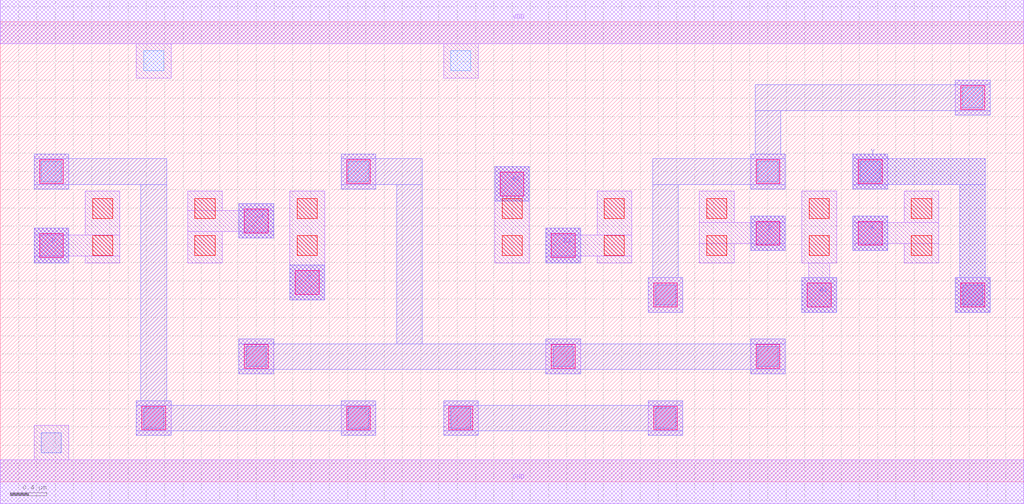
<source format=lef>
MACRO AOOAI2321
 CLASS CORE ;
 FOREIGN AOOAI2321 0 0 ;
 SIZE 11.200000000000001 BY 5.04 ;
 ORIGIN 0 0 ;
 SYMMETRY X Y R90 ;
 SITE unit ;
  PIN VDD
   DIRECTION INOUT ;
   USE POWER ;
   SHAPE ABUTMENT ;
    PORT
     CLASS CORE ;
       LAYER met1 ;
        RECT 0.00000000 4.80000000 11.20000000 5.28000000 ;
    END
  END VDD

  PIN GND
   DIRECTION INOUT ;
   USE POWER ;
   SHAPE ABUTMENT ;
    PORT
     CLASS CORE ;
       LAYER met1 ;
        RECT 0.00000000 -0.24000000 11.20000000 0.24000000 ;
    END
  END GND

  PIN Y
   DIRECTION INOUT ;
   USE SIGNAL ;
   SHAPE ABUTMENT ;
    PORT
     CLASS CORE ;
       LAYER met2 ;
        RECT 10.45000000 1.85700000 10.83000000 2.23700000 ;
        RECT 9.33000000 3.20700000 9.71000000 3.25700000 ;
        RECT 10.50000000 2.23700000 10.78000000 3.25700000 ;
        RECT 9.33000000 3.25700000 10.78000000 3.53700000 ;
        RECT 9.33000000 3.53700000 9.71000000 3.58700000 ;
    END
  END Y

  PIN B1
   DIRECTION INOUT ;
   USE SIGNAL ;
   SHAPE ABUTMENT ;
    PORT
     CLASS CORE ;
       LAYER met2 ;
        RECT 5.97000000 2.39700000 6.35000000 2.77700000 ;
    END
  END B1

  PIN B2
   DIRECTION INOUT ;
   USE SIGNAL ;
   SHAPE ABUTMENT ;
    PORT
     CLASS CORE ;
       LAYER met2 ;
        RECT 5.41000000 3.07200000 5.79000000 3.45200000 ;
    END
  END B2

  PIN A1
   DIRECTION INOUT ;
   USE SIGNAL ;
   SHAPE ABUTMENT ;
    PORT
     CLASS CORE ;
       LAYER met2 ;
        RECT 8.77000000 1.85700000 9.15000000 2.23700000 ;
    END
  END A1

  PIN C1
   DIRECTION INOUT ;
   USE SIGNAL ;
   SHAPE ABUTMENT ;
    PORT
     CLASS CORE ;
       LAYER met2 ;
        RECT 2.61000000 2.66700000 2.99000000 3.04700000 ;
    END
  END C1

  PIN B
   DIRECTION INOUT ;
   USE SIGNAL ;
   SHAPE ABUTMENT ;
    PORT
     CLASS CORE ;
       LAYER met2 ;
        RECT 8.21000000 2.53200000 8.59000000 2.91200000 ;
    END
  END B

  PIN C
   DIRECTION INOUT ;
   USE SIGNAL ;
   SHAPE ABUTMENT ;
    PORT
     CLASS CORE ;
       LAYER met2 ;
        RECT 3.17000000 1.99200000 3.55000000 2.37200000 ;
    END
  END C

  PIN A
   DIRECTION INOUT ;
   USE SIGNAL ;
   SHAPE ABUTMENT ;
    PORT
     CLASS CORE ;
       LAYER met2 ;
        RECT 9.33000000 2.53200000 9.71000000 2.91200000 ;
    END
  END A

  PIN D
   DIRECTION INOUT ;
   USE SIGNAL ;
   SHAPE ABUTMENT ;
    PORT
     CLASS CORE ;
       LAYER met2 ;
        RECT 0.37000000 2.39700000 0.75000000 2.77700000 ;
    END
  END D

 OBS
    LAYER polycont ;
     RECT 1.01000000 2.47700000 1.23000000 2.69700000 ;
     RECT 2.13000000 2.47700000 2.35000000 2.69700000 ;
     RECT 3.25000000 2.47700000 3.47000000 2.69700000 ;
     RECT 5.49000000 2.47700000 5.71000000 2.69700000 ;
     RECT 6.61000000 2.47700000 6.83000000 2.69700000 ;
     RECT 7.73000000 2.47700000 7.95000000 2.69700000 ;
     RECT 8.85000000 2.47700000 9.07000000 2.69700000 ;
     RECT 9.97000000 2.47700000 10.19000000 2.69700000 ;
     RECT 1.01000000 2.88200000 1.23000000 3.10200000 ;
     RECT 2.13000000 2.88200000 2.35000000 3.10200000 ;
     RECT 3.25000000 2.88200000 3.47000000 3.10200000 ;
     RECT 5.49000000 2.88200000 5.71000000 3.10200000 ;
     RECT 6.61000000 2.88200000 6.83000000 3.10200000 ;
     RECT 7.73000000 2.88200000 7.95000000 3.10200000 ;
     RECT 8.85000000 2.88200000 9.07000000 3.10200000 ;
     RECT 9.97000000 2.88200000 10.19000000 3.10200000 ;

    LAYER pdiffc ;
     RECT 0.45000000 3.28700000 0.67000000 3.50700000 ;
     RECT 3.81000000 3.28700000 4.03000000 3.50700000 ;
     RECT 8.29000000 3.28700000 8.51000000 3.50700000 ;
     RECT 9.41000000 3.28700000 9.63000000 3.50700000 ;
     RECT 10.53000000 4.09700000 10.75000000 4.31700000 ;
     RECT 1.57000000 4.50200000 1.79000000 4.72200000 ;
     RECT 4.93000000 4.50200000 5.15000000 4.72200000 ;

    LAYER ndiffc ;
     RECT 0.45000000 0.31700000 0.67000000 0.53700000 ;
     RECT 1.57000000 0.58700000 1.79000000 0.80700000 ;
     RECT 3.81000000 0.58700000 4.03000000 0.80700000 ;
     RECT 4.93000000 0.58700000 5.15000000 0.80700000 ;
     RECT 7.17000000 0.58700000 7.39000000 0.80700000 ;
     RECT 2.69000000 1.26200000 2.91000000 1.48200000 ;
     RECT 6.05000000 1.26200000 6.27000000 1.48200000 ;
     RECT 8.29000000 1.26200000 8.51000000 1.48200000 ;
     RECT 7.17000000 1.93700000 7.39000000 2.15700000 ;
     RECT 10.53000000 1.93700000 10.75000000 2.15700000 ;

    LAYER met1 ;
     RECT 0.00000000 -0.24000000 11.20000000 0.24000000 ;
     RECT 0.37000000 0.24000000 0.75000000 0.61700000 ;
     RECT 1.49000000 0.50700000 1.87000000 0.88700000 ;
     RECT 3.73000000 0.50700000 4.11000000 0.88700000 ;
     RECT 4.85000000 0.50700000 5.23000000 0.88700000 ;
     RECT 7.09000000 0.50700000 7.47000000 0.88700000 ;
     RECT 2.61000000 1.18200000 2.99000000 1.56200000 ;
     RECT 5.97000000 1.18200000 6.35000000 1.56200000 ;
     RECT 8.21000000 1.18200000 8.59000000 1.56200000 ;
     RECT 7.09000000 1.85700000 7.47000000 2.23700000 ;
     RECT 10.45000000 1.85700000 10.83000000 2.23700000 ;
     RECT 0.37000000 2.39700000 0.75000000 2.47200000 ;
     RECT 0.93000000 2.39700000 1.31000000 2.47200000 ;
     RECT 0.37000000 2.47200000 1.31000000 2.70200000 ;
     RECT 0.37000000 2.70200000 0.75000000 2.77700000 ;
     RECT 0.93000000 2.70200000 1.31000000 3.18200000 ;
     RECT 2.05000000 2.39700000 2.43000000 2.74200000 ;
     RECT 2.61000000 2.66700000 2.99000000 2.74200000 ;
     RECT 2.05000000 2.74200000 2.99000000 2.97200000 ;
     RECT 2.61000000 2.97200000 2.99000000 3.04700000 ;
     RECT 2.05000000 2.97200000 2.43000000 3.18200000 ;
     RECT 3.17000000 1.99200000 3.55000000 3.18200000 ;
     RECT 5.97000000 2.39700000 6.35000000 2.47200000 ;
     RECT 6.53000000 2.39700000 6.91000000 2.47200000 ;
     RECT 5.97000000 2.47200000 6.91000000 2.70200000 ;
     RECT 5.97000000 2.70200000 6.35000000 2.77700000 ;
     RECT 6.53000000 2.70200000 6.91000000 3.18200000 ;
     RECT 7.65000000 2.39700000 8.03000000 2.60700000 ;
     RECT 8.21000000 2.53200000 8.59000000 2.60700000 ;
     RECT 7.65000000 2.60700000 8.59000000 2.83700000 ;
     RECT 8.21000000 2.83700000 8.59000000 2.91200000 ;
     RECT 7.65000000 2.83700000 8.03000000 3.18200000 ;
     RECT 8.77000000 1.85700000 9.15000000 2.23700000 ;
     RECT 8.84500000 2.23700000 9.07500000 2.39700000 ;
     RECT 8.77000000 2.39700000 9.15000000 3.18200000 ;
     RECT 9.33000000 2.53200000 9.71000000 2.60700000 ;
     RECT 9.89000000 2.39700000 10.27000000 2.60700000 ;
     RECT 9.33000000 2.60700000 10.27000000 2.83700000 ;
     RECT 9.33000000 2.83700000 9.71000000 2.91200000 ;
     RECT 9.89000000 2.83700000 10.27000000 3.18200000 ;
     RECT 5.41000000 2.39700000 5.79000000 3.45200000 ;
     RECT 0.37000000 3.20700000 0.75000000 3.58700000 ;
     RECT 3.73000000 3.20700000 4.11000000 3.58700000 ;
     RECT 8.21000000 3.20700000 8.59000000 3.58700000 ;
     RECT 9.33000000 3.20700000 9.71000000 3.58700000 ;
     RECT 10.45000000 4.01700000 10.83000000 4.39700000 ;
     RECT 1.49000000 4.42200000 1.87000000 4.80000000 ;
     RECT 4.85000000 4.42200000 5.23000000 4.80000000 ;
     RECT 0.00000000 4.80000000 11.20000000 5.28000000 ;

    LAYER via1 ;
     RECT 1.55000000 0.56700000 1.81000000 0.82700000 ;
     RECT 3.79000000 0.56700000 4.05000000 0.82700000 ;
     RECT 4.91000000 0.56700000 5.17000000 0.82700000 ;
     RECT 7.15000000 0.56700000 7.41000000 0.82700000 ;
     RECT 2.67000000 1.24200000 2.93000000 1.50200000 ;
     RECT 6.03000000 1.24200000 6.29000000 1.50200000 ;
     RECT 8.27000000 1.24200000 8.53000000 1.50200000 ;
     RECT 7.15000000 1.91700000 7.41000000 2.17700000 ;
     RECT 8.83000000 1.91700000 9.09000000 2.17700000 ;
     RECT 10.51000000 1.91700000 10.77000000 2.17700000 ;
     RECT 3.23000000 2.05200000 3.49000000 2.31200000 ;
     RECT 0.43000000 2.45700000 0.69000000 2.71700000 ;
     RECT 6.03000000 2.45700000 6.29000000 2.71700000 ;
     RECT 8.27000000 2.59200000 8.53000000 2.85200000 ;
     RECT 9.39000000 2.59200000 9.65000000 2.85200000 ;
     RECT 2.67000000 2.72700000 2.93000000 2.98700000 ;
     RECT 5.47000000 3.13200000 5.73000000 3.39200000 ;
     RECT 0.43000000 3.26700000 0.69000000 3.52700000 ;
     RECT 3.79000000 3.26700000 4.05000000 3.52700000 ;
     RECT 8.27000000 3.26700000 8.53000000 3.52700000 ;
     RECT 9.39000000 3.26700000 9.65000000 3.52700000 ;
     RECT 10.51000000 4.07700000 10.77000000 4.33700000 ;

    LAYER met2 ;
     RECT 4.85000000 0.50700000 5.23000000 0.55700000 ;
     RECT 7.09000000 0.50700000 7.47000000 0.55700000 ;
     RECT 4.85000000 0.55700000 7.47000000 0.83700000 ;
     RECT 4.85000000 0.83700000 5.23000000 0.88700000 ;
     RECT 7.09000000 0.83700000 7.47000000 0.88700000 ;
     RECT 8.77000000 1.85700000 9.15000000 2.23700000 ;
     RECT 3.17000000 1.99200000 3.55000000 2.37200000 ;
     RECT 0.37000000 2.39700000 0.75000000 2.77700000 ;
     RECT 5.97000000 2.39700000 6.35000000 2.77700000 ;
     RECT 8.21000000 2.53200000 8.59000000 2.91200000 ;
     RECT 9.33000000 2.53200000 9.71000000 2.91200000 ;
     RECT 2.61000000 2.66700000 2.99000000 3.04700000 ;
     RECT 5.41000000 3.07200000 5.79000000 3.45200000 ;
     RECT 1.49000000 0.50700000 1.87000000 0.55700000 ;
     RECT 3.73000000 0.50700000 4.11000000 0.55700000 ;
     RECT 1.49000000 0.55700000 4.11000000 0.83700000 ;
     RECT 1.49000000 0.83700000 1.87000000 0.88700000 ;
     RECT 3.73000000 0.83700000 4.11000000 0.88700000 ;
     RECT 0.37000000 3.20700000 0.75000000 3.25700000 ;
     RECT 1.54000000 0.88700000 1.82000000 3.25700000 ;
     RECT 0.37000000 3.25700000 1.82000000 3.53700000 ;
     RECT 0.37000000 3.53700000 0.75000000 3.58700000 ;
     RECT 2.61000000 1.18200000 2.99000000 1.23200000 ;
     RECT 5.97000000 1.18200000 6.35000000 1.23200000 ;
     RECT 8.21000000 1.18200000 8.59000000 1.23200000 ;
     RECT 2.61000000 1.23200000 8.59000000 1.51200000 ;
     RECT 2.61000000 1.51200000 2.99000000 1.56200000 ;
     RECT 5.97000000 1.51200000 6.35000000 1.56200000 ;
     RECT 8.21000000 1.51200000 8.59000000 1.56200000 ;
     RECT 3.73000000 3.20700000 4.11000000 3.25700000 ;
     RECT 4.34000000 1.51200000 4.62000000 3.25700000 ;
     RECT 3.73000000 3.25700000 4.62000000 3.53700000 ;
     RECT 3.73000000 3.53700000 4.11000000 3.58700000 ;
     RECT 10.45000000 1.85700000 10.83000000 2.23700000 ;
     RECT 9.33000000 3.20700000 9.71000000 3.25700000 ;
     RECT 10.50000000 2.23700000 10.78000000 3.25700000 ;
     RECT 9.33000000 3.25700000 10.78000000 3.53700000 ;
     RECT 9.33000000 3.53700000 9.71000000 3.58700000 ;
     RECT 7.09000000 1.85700000 7.47000000 2.23700000 ;
     RECT 7.14000000 2.23700000 7.42000000 3.25700000 ;
     RECT 8.21000000 3.20700000 8.59000000 3.25700000 ;
     RECT 7.14000000 3.25700000 8.59000000 3.53700000 ;
     RECT 8.21000000 3.53700000 8.59000000 3.58700000 ;
     RECT 8.26000000 3.58700000 8.54000000 4.06700000 ;
     RECT 10.45000000 4.01700000 10.83000000 4.06700000 ;
     RECT 8.26000000 4.06700000 10.83000000 4.34700000 ;
     RECT 10.45000000 4.34700000 10.83000000 4.39700000 ;

 END
END AOOAI2321

</source>
